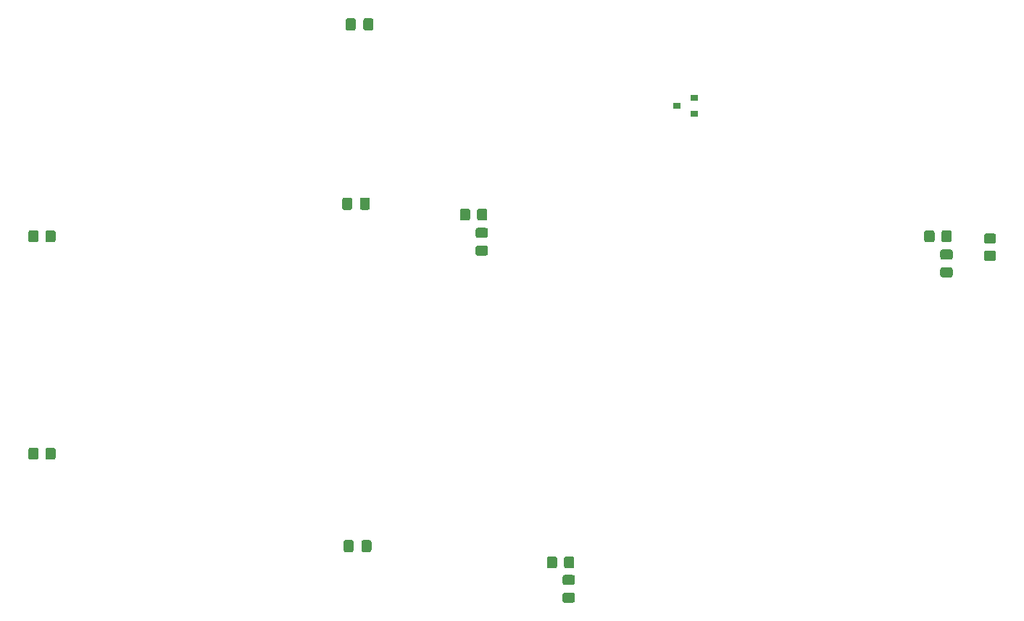
<source format=gbr>
%TF.GenerationSoftware,KiCad,Pcbnew,(5.1.8)-1*%
%TF.CreationDate,2024-01-29T23:39:16+03:00*%
%TF.ProjectId,ROM,524f4d2e-6b69-4636-9164-5f7063625858,rev?*%
%TF.SameCoordinates,Original*%
%TF.FileFunction,Paste,Bot*%
%TF.FilePolarity,Positive*%
%FSLAX46Y46*%
G04 Gerber Fmt 4.6, Leading zero omitted, Abs format (unit mm)*
G04 Created by KiCad (PCBNEW (5.1.8)-1) date 2024-01-29 23:39:16*
%MOMM*%
%LPD*%
G01*
G04 APERTURE LIST*
%ADD10R,0.900000X0.800000*%
G04 APERTURE END LIST*
D10*
%TO.C,Q1*%
X113300000Y-27940000D03*
X115300000Y-28890000D03*
X115300000Y-26990000D03*
%TD*%
%TO.C,C7*%
G36*
G01*
X144305000Y-46805000D02*
X145255000Y-46805000D01*
G75*
G02*
X145505000Y-47055000I0J-250000D01*
G01*
X145505000Y-47730000D01*
G75*
G02*
X145255000Y-47980000I-250000J0D01*
G01*
X144305000Y-47980000D01*
G75*
G02*
X144055000Y-47730000I0J250000D01*
G01*
X144055000Y-47055000D01*
G75*
G02*
X144305000Y-46805000I250000J0D01*
G01*
G37*
G36*
G01*
X144305000Y-44730000D02*
X145255000Y-44730000D01*
G75*
G02*
X145505000Y-44980000I0J-250000D01*
G01*
X145505000Y-45655000D01*
G75*
G02*
X145255000Y-45905000I-250000J0D01*
G01*
X144305000Y-45905000D01*
G75*
G02*
X144055000Y-45655000I0J250000D01*
G01*
X144055000Y-44980000D01*
G75*
G02*
X144305000Y-44730000I250000J0D01*
G01*
G37*
%TD*%
%TO.C,C6*%
G36*
G01*
X75750000Y-17940000D02*
X75750000Y-18890000D01*
G75*
G02*
X75500000Y-19140000I-250000J0D01*
G01*
X74825000Y-19140000D01*
G75*
G02*
X74575000Y-18890000I0J250000D01*
G01*
X74575000Y-17940000D01*
G75*
G02*
X74825000Y-17690000I250000J0D01*
G01*
X75500000Y-17690000D01*
G75*
G02*
X75750000Y-17940000I0J-250000D01*
G01*
G37*
G36*
G01*
X77825000Y-17940000D02*
X77825000Y-18890000D01*
G75*
G02*
X77575000Y-19140000I-250000J0D01*
G01*
X76900000Y-19140000D01*
G75*
G02*
X76650000Y-18890000I0J250000D01*
G01*
X76650000Y-17940000D01*
G75*
G02*
X76900000Y-17690000I250000J0D01*
G01*
X77575000Y-17690000D01*
G75*
G02*
X77825000Y-17940000I0J-250000D01*
G01*
G37*
%TD*%
%TO.C,C5*%
G36*
G01*
X100172500Y-84820000D02*
X101122500Y-84820000D01*
G75*
G02*
X101372500Y-85070000I0J-250000D01*
G01*
X101372500Y-85745000D01*
G75*
G02*
X101122500Y-85995000I-250000J0D01*
G01*
X100172500Y-85995000D01*
G75*
G02*
X99922500Y-85745000I0J250000D01*
G01*
X99922500Y-85070000D01*
G75*
G02*
X100172500Y-84820000I250000J0D01*
G01*
G37*
G36*
G01*
X100172500Y-82745000D02*
X101122500Y-82745000D01*
G75*
G02*
X101372500Y-82995000I0J-250000D01*
G01*
X101372500Y-83670000D01*
G75*
G02*
X101122500Y-83920000I-250000J0D01*
G01*
X100172500Y-83920000D01*
G75*
G02*
X99922500Y-83670000I0J250000D01*
G01*
X99922500Y-82995000D01*
G75*
G02*
X100172500Y-82745000I250000J0D01*
G01*
G37*
%TD*%
%TO.C,C4*%
G36*
G01*
X90012500Y-44265000D02*
X90962500Y-44265000D01*
G75*
G02*
X91212500Y-44515000I0J-250000D01*
G01*
X91212500Y-45190000D01*
G75*
G02*
X90962500Y-45440000I-250000J0D01*
G01*
X90012500Y-45440000D01*
G75*
G02*
X89762500Y-45190000I0J250000D01*
G01*
X89762500Y-44515000D01*
G75*
G02*
X90012500Y-44265000I250000J0D01*
G01*
G37*
G36*
G01*
X90012500Y-42190000D02*
X90962500Y-42190000D01*
G75*
G02*
X91212500Y-42440000I0J-250000D01*
G01*
X91212500Y-43115000D01*
G75*
G02*
X90962500Y-43365000I-250000J0D01*
G01*
X90012500Y-43365000D01*
G75*
G02*
X89762500Y-43115000I0J250000D01*
G01*
X89762500Y-42440000D01*
G75*
G02*
X90012500Y-42190000I250000J0D01*
G01*
G37*
%TD*%
%TO.C,C3*%
G36*
G01*
X75347500Y-38895000D02*
X75347500Y-39845000D01*
G75*
G02*
X75097500Y-40095000I-250000J0D01*
G01*
X74422500Y-40095000D01*
G75*
G02*
X74172500Y-39845000I0J250000D01*
G01*
X74172500Y-38895000D01*
G75*
G02*
X74422500Y-38645000I250000J0D01*
G01*
X75097500Y-38645000D01*
G75*
G02*
X75347500Y-38895000I0J-250000D01*
G01*
G37*
G36*
G01*
X77422500Y-38895000D02*
X77422500Y-39845000D01*
G75*
G02*
X77172500Y-40095000I-250000J0D01*
G01*
X76497500Y-40095000D01*
G75*
G02*
X76247500Y-39845000I0J250000D01*
G01*
X76247500Y-38895000D01*
G75*
G02*
X76497500Y-38645000I250000J0D01*
G01*
X77172500Y-38645000D01*
G75*
G02*
X77422500Y-38895000I0J-250000D01*
G01*
G37*
%TD*%
%TO.C,C2*%
G36*
G01*
X75517500Y-78900000D02*
X75517500Y-79850000D01*
G75*
G02*
X75267500Y-80100000I-250000J0D01*
G01*
X74592500Y-80100000D01*
G75*
G02*
X74342500Y-79850000I0J250000D01*
G01*
X74342500Y-78900000D01*
G75*
G02*
X74592500Y-78650000I250000J0D01*
G01*
X75267500Y-78650000D01*
G75*
G02*
X75517500Y-78900000I0J-250000D01*
G01*
G37*
G36*
G01*
X77592500Y-78900000D02*
X77592500Y-79850000D01*
G75*
G02*
X77342500Y-80100000I-250000J0D01*
G01*
X76667500Y-80100000D01*
G75*
G02*
X76417500Y-79850000I0J250000D01*
G01*
X76417500Y-78900000D01*
G75*
G02*
X76667500Y-78650000I250000J0D01*
G01*
X77342500Y-78650000D01*
G75*
G02*
X77592500Y-78900000I0J-250000D01*
G01*
G37*
%TD*%
%TO.C,R6*%
G36*
G01*
X150310001Y-44050000D02*
X149409999Y-44050000D01*
G75*
G02*
X149160000Y-43800001I0J249999D01*
G01*
X149160000Y-43099999D01*
G75*
G02*
X149409999Y-42850000I249999J0D01*
G01*
X150310001Y-42850000D01*
G75*
G02*
X150560000Y-43099999I0J-249999D01*
G01*
X150560000Y-43800001D01*
G75*
G02*
X150310001Y-44050000I-249999J0D01*
G01*
G37*
G36*
G01*
X150310001Y-46050000D02*
X149409999Y-46050000D01*
G75*
G02*
X149160000Y-45800001I0J249999D01*
G01*
X149160000Y-45099999D01*
G75*
G02*
X149409999Y-44850000I249999J0D01*
G01*
X150310001Y-44850000D01*
G75*
G02*
X150560000Y-45099999I0J-249999D01*
G01*
X150560000Y-45800001D01*
G75*
G02*
X150310001Y-46050000I-249999J0D01*
G01*
G37*
%TD*%
%TO.C,R5*%
G36*
G01*
X144180000Y-43630001D02*
X144180000Y-42729999D01*
G75*
G02*
X144429999Y-42480000I249999J0D01*
G01*
X145130001Y-42480000D01*
G75*
G02*
X145380000Y-42729999I0J-249999D01*
G01*
X145380000Y-43630001D01*
G75*
G02*
X145130001Y-43880000I-249999J0D01*
G01*
X144429999Y-43880000D01*
G75*
G02*
X144180000Y-43630001I0J249999D01*
G01*
G37*
G36*
G01*
X142180000Y-43630001D02*
X142180000Y-42729999D01*
G75*
G02*
X142429999Y-42480000I249999J0D01*
G01*
X143130001Y-42480000D01*
G75*
G02*
X143380000Y-42729999I0J-249999D01*
G01*
X143380000Y-43630001D01*
G75*
G02*
X143130001Y-43880000I-249999J0D01*
G01*
X142429999Y-43880000D01*
G75*
G02*
X142180000Y-43630001I0J249999D01*
G01*
G37*
%TD*%
%TO.C,R4*%
G36*
G01*
X89935000Y-41090001D02*
X89935000Y-40189999D01*
G75*
G02*
X90184999Y-39940000I249999J0D01*
G01*
X90885001Y-39940000D01*
G75*
G02*
X91135000Y-40189999I0J-249999D01*
G01*
X91135000Y-41090001D01*
G75*
G02*
X90885001Y-41340000I-249999J0D01*
G01*
X90184999Y-41340000D01*
G75*
G02*
X89935000Y-41090001I0J249999D01*
G01*
G37*
G36*
G01*
X87935000Y-41090001D02*
X87935000Y-40189999D01*
G75*
G02*
X88184999Y-39940000I249999J0D01*
G01*
X88885001Y-39940000D01*
G75*
G02*
X89135000Y-40189999I0J-249999D01*
G01*
X89135000Y-41090001D01*
G75*
G02*
X88885001Y-41340000I-249999J0D01*
G01*
X88184999Y-41340000D01*
G75*
G02*
X87935000Y-41090001I0J249999D01*
G01*
G37*
%TD*%
%TO.C,R3*%
G36*
G01*
X100095000Y-81730001D02*
X100095000Y-80829999D01*
G75*
G02*
X100344999Y-80580000I249999J0D01*
G01*
X101045001Y-80580000D01*
G75*
G02*
X101295000Y-80829999I0J-249999D01*
G01*
X101295000Y-81730001D01*
G75*
G02*
X101045001Y-81980000I-249999J0D01*
G01*
X100344999Y-81980000D01*
G75*
G02*
X100095000Y-81730001I0J249999D01*
G01*
G37*
G36*
G01*
X98095000Y-81730001D02*
X98095000Y-80829999D01*
G75*
G02*
X98344999Y-80580000I249999J0D01*
G01*
X99045001Y-80580000D01*
G75*
G02*
X99295000Y-80829999I0J-249999D01*
G01*
X99295000Y-81730001D01*
G75*
G02*
X99045001Y-81980000I-249999J0D01*
G01*
X98344999Y-81980000D01*
G75*
G02*
X98095000Y-81730001I0J249999D01*
G01*
G37*
%TD*%
%TO.C,R2*%
G36*
G01*
X38700000Y-68129999D02*
X38700000Y-69030001D01*
G75*
G02*
X38450001Y-69280000I-249999J0D01*
G01*
X37749999Y-69280000D01*
G75*
G02*
X37500000Y-69030001I0J249999D01*
G01*
X37500000Y-68129999D01*
G75*
G02*
X37749999Y-67880000I249999J0D01*
G01*
X38450001Y-67880000D01*
G75*
G02*
X38700000Y-68129999I0J-249999D01*
G01*
G37*
G36*
G01*
X40700000Y-68129999D02*
X40700000Y-69030001D01*
G75*
G02*
X40450001Y-69280000I-249999J0D01*
G01*
X39749999Y-69280000D01*
G75*
G02*
X39500000Y-69030001I0J249999D01*
G01*
X39500000Y-68129999D01*
G75*
G02*
X39749999Y-67880000I249999J0D01*
G01*
X40450001Y-67880000D01*
G75*
G02*
X40700000Y-68129999I0J-249999D01*
G01*
G37*
%TD*%
%TO.C,R1*%
G36*
G01*
X38700000Y-42729999D02*
X38700000Y-43630001D01*
G75*
G02*
X38450001Y-43880000I-249999J0D01*
G01*
X37749999Y-43880000D01*
G75*
G02*
X37500000Y-43630001I0J249999D01*
G01*
X37500000Y-42729999D01*
G75*
G02*
X37749999Y-42480000I249999J0D01*
G01*
X38450001Y-42480000D01*
G75*
G02*
X38700000Y-42729999I0J-249999D01*
G01*
G37*
G36*
G01*
X40700000Y-42729999D02*
X40700000Y-43630001D01*
G75*
G02*
X40450001Y-43880000I-249999J0D01*
G01*
X39749999Y-43880000D01*
G75*
G02*
X39500000Y-43630001I0J249999D01*
G01*
X39500000Y-42729999D01*
G75*
G02*
X39749999Y-42480000I249999J0D01*
G01*
X40450001Y-42480000D01*
G75*
G02*
X40700000Y-42729999I0J-249999D01*
G01*
G37*
%TD*%
M02*

</source>
